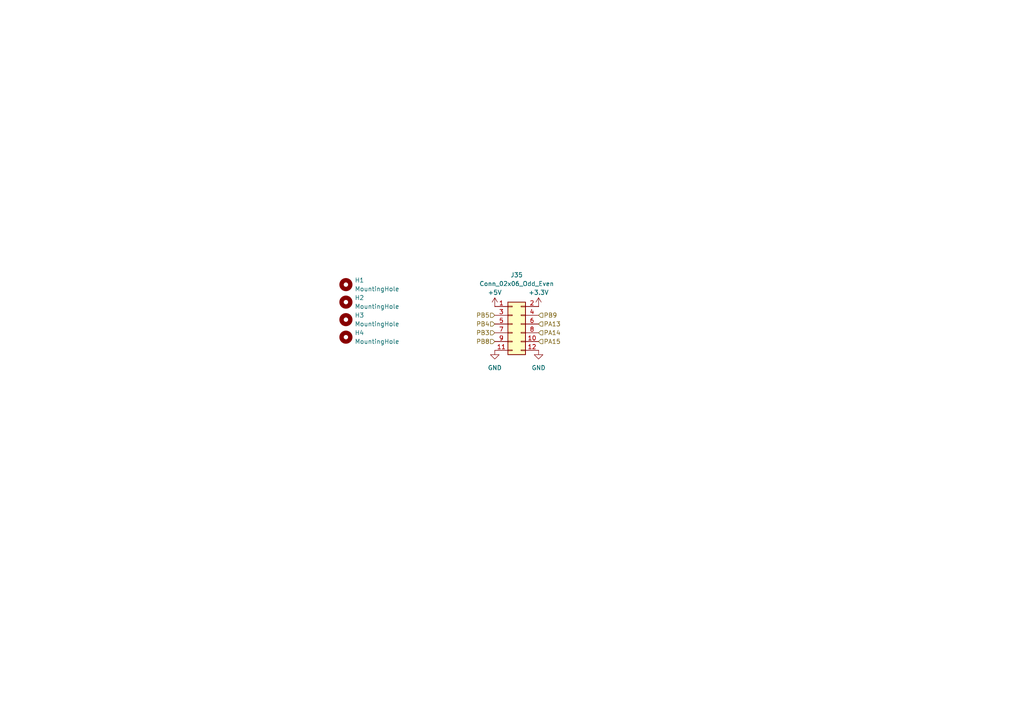
<source format=kicad_sch>
(kicad_sch (version 20250114) (generator "eeschema") (generator_version "9.0")
  (paper "A4")
  (lib_symbols
    (symbol "Connector_Generic:Conn_02x06_Odd_Even" (pin_names (offset 1.016) (hide yes))
      (property "Reference" "J" (at 1.27 7.62 0))
      (property "Value" "Conn_02x06_Odd_Even" (at 1.27 -10.16 0))
      (symbol "Conn_02x06_Odd_Even_1_1"
        (rectangle (start -1.27 6.35) (end 3.81 -8.89) (stroke (width 0.254)) (fill (type background)))
        (rectangle (start -1.27 5.207) (end 0 4.953) (stroke (width 0.1524)))
        (rectangle (start -1.27 2.667) (end 0 2.413) (stroke (width 0.1524)))
        (rectangle (start -1.27 0.127) (end 0 -0.127) (stroke (width 0.1524)))
        (rectangle (start -1.27 -2.413) (end 0 -2.667) (stroke (width 0.1524)))
        (rectangle (start -1.27 -4.953) (end 0 -5.207) (stroke (width 0.1524)))
        (rectangle (start -1.27 -7.493) (end 0 -7.747) (stroke (width 0.1524)))
        (rectangle (start 3.81 5.207) (end 2.54 4.953) (stroke (width 0.1524)))
        (rectangle (start 3.81 2.667) (end 2.54 2.413) (stroke (width 0.1524)))
        (rectangle (start 3.81 0.127) (end 2.54 -0.127) (stroke (width 0.1524)))
        (rectangle (start 3.81 -2.413) (end 2.54 -2.667) (stroke (width 0.1524)))
        (rectangle (start 3.81 -4.953) (end 2.54 -5.207) (stroke (width 0.1524)))
        (rectangle (start 3.81 -7.493) (end 2.54 -7.747) (stroke (width 0.1524)))
        (pin passive line (at -5.08 5.08 0) (length 3.81) (name "Pin_1") (number "1"))
        (pin passive line (at -5.08 2.54 0) (length 3.81) (name "Pin_3") (number "3"))
        (pin passive line (at -5.08 0 0) (length 3.81) (name "Pin_5") (number "5"))
        (pin passive line (at -5.08 -2.54 0) (length 3.81) (name "Pin_7") (number "7"))
        (pin passive line (at -5.08 -5.08 0) (length 3.81) (name "Pin_9") (number "9"))
        (pin passive line (at -5.08 -7.62 0) (length 3.81) (name "Pin_11") (number "11"))
        (pin passive line (at 7.62 5.08 180) (length 3.81) (name "Pin_2") (number "2"))
        (pin passive line (at 7.62 2.54 180) (length 3.81) (name "Pin_4") (number "4"))
        (pin passive line (at 7.62 0 180) (length 3.81) (name "Pin_6") (number "6"))
        (pin passive line (at 7.62 -2.54 180) (length 3.81) (name "Pin_8") (number "8"))
        (pin passive line (at 7.62 -5.08 180) (length 3.81) (name "Pin_10") (number "10"))
        (pin passive line (at 7.62 -7.62 180) (length 3.81) (name "Pin_12") (number "12"))
      )
    )
    (symbol "Mechanical:MountingHole" (pin_names (offset 1.016)) (in_bom no)
      (property "Reference" "H" (at 0 5.08 0))
      (property "Value" "MountingHole" (at 0 3.175 0))
      (symbol "MountingHole_0_1"
        (circle (center 0 0) (radius 1.27) (stroke (width 1.27)))
      )
    )
    (symbol "power:+3.3V" (power) (pin_numbers (hide yes)) (pin_names (offset 0) (hide yes))
      (property "Value" "+3.3V" (at 0 3.556 0))
      (symbol "+3.3V_0_1"
        (polyline (pts (xy -0.762 1.27) (xy 0 2.54)))
        (polyline (pts (xy 0 2.54) (xy 0.762 1.27)))
        (polyline (pts (xy 0 0) (xy 0 2.54)))
      )
      (symbol "+3.3V_1_1"
        (pin power_in line (at 0 0 90) (length 0) (name "~") (number "1"))
      )
    )
    (symbol "power:+5V" (power) (pin_numbers (hide yes)) (pin_names (offset 0) (hide yes))
      (property "Value" "+5V" (at 0 3.556 0))
      (symbol "+5V_0_1"
        (polyline (pts (xy -0.762 1.27) (xy 0 2.54)))
        (polyline (pts (xy 0 2.54) (xy 0.762 1.27)))
        (polyline (pts (xy 0 0) (xy 0 2.54)))
      )
      (symbol "+5V_1_1"
        (pin power_in line (at 0 0 90) (length 0) (name "~") (number "1"))
      )
    )
    (symbol "power:GND" (power) (pin_numbers (hide yes)) (pin_names (offset 0) (hide yes))
      (property "Value" "GND" (at 0 -3.81 0))
      (symbol "GND_0_1"
        (polyline (pts (xy 0 0) (xy 0 -1.27) (xy 1.27 -1.27) (xy 0 -2.54) (xy -1.27 -1.27) (xy 0 -1.27)))
      )
      (symbol "GND_1_1"
        (pin power_in line (at 0 0 270) (length 0) (name "~") (number "1"))
      )
    )
  )
  (hierarchical_label "PA13" (shape input) (at 156.21 93.98 0))
  (hierarchical_label "PA15" (shape input) (at 156.21 99.06 0))
  (hierarchical_label "PB3" (shape input) (at 143.51 96.52 180))
  (hierarchical_label "PB8" (shape input) (at 143.51 99.06 180))
  (hierarchical_label "PB5" (shape input) (at 143.51 91.44 180))
  (hierarchical_label "PB9" (shape input) (at 156.21 91.44 0))
  (hierarchical_label "PA14" (shape input) (at 156.21 96.52 0))
  (hierarchical_label "PB4" (shape input) (at 143.51 93.98 180))
  (symbol (lib_id "Mechanical:MountingHole") (at 100.33 87.63 0) (unit 1) (in_bom no)
    (property "Reference" "H2" (at 102.87 86.3599 0) (effects (justify left)))
    (property "Value" "MountingHole" (at 102.87 88.8999 0) (effects (justify left)))
    (property "Footprint" "MountingHole:MountingHole_2.2mm_M2_DIN965_Pad" (effects (hide yes)))
    (property "Description" "Mounting Hole without connection" (effects (hide yes)))
  )
  (symbol (lib_id "Mechanical:MountingHole") (at 100.33 92.71 0) (unit 1) (in_bom no)
    (property "Reference" "H3" (at 102.87 91.4399 0) (effects (justify left)))
    (property "Value" "MountingHole" (at 102.87 93.9799 0) (effects (justify left)))
    (property "Footprint" "MountingHole:MountingHole_2.2mm_M2_DIN965_Pad" (effects (hide yes)))
    (property "Description" "Mounting Hole without connection" (effects (hide yes)))
  )
  (symbol (lib_id "Mechanical:MountingHole") (at 100.33 82.55 0) (unit 1) (in_bom no)
    (property "Reference" "H1" (at 102.87 81.2799 0) (effects (justify left)))
    (property "Value" "MountingHole" (at 102.87 83.8199 0) (effects (justify left)))
    (property "Footprint" "MountingHole:MountingHole_2.2mm_M2_DIN965_Pad" (effects (hide yes)))
    (property "Description" "Mounting Hole without connection" (effects (hide yes)))
  )
  (symbol (lib_id "Connector_Generic:Conn_02x06_Odd_Even") (at 148.59 93.98 0) (unit 1)
    (property "Reference" "J35" (at 149.86 79.756 0))
    (property "Value" "Conn_02x06_Odd_Even" (at 149.86 82.296 0))
    (property "Footprint" "Connector_PinHeader_2.54mm:PinHeader_2x06_P2.54mm_Vertical" (effects (hide yes)))
    (property "Description" "Generic connector, double row, 02x06, odd/even pin numbering scheme (row 1 odd numbers, row 2 even numbers), script generated (kicad-library-utils/schlib/autogen/connector/)" (effects (hide yes)))
  )
  (symbol (lib_id "power:GND") (at 143.51 101.6 0) (unit 1)
    (property "Reference" "#PWR0124" (effects (hide yes)))
    (property "Value" "GND" (at 143.51 106.68 0))
    (property "Description" "Power symbol creates a global label with name \"GND\" , ground" (effects (hide yes)))
  )
  (symbol (lib_id "power:GND") (at 156.21 101.6 0) (unit 1)
    (property "Reference" "#PWR0122" (effects (hide yes)))
    (property "Value" "GND" (at 156.21 106.68 0))
    (property "Description" "Power symbol creates a global label with name \"GND\" , ground" (effects (hide yes)))
  )
  (symbol (lib_id "power:+5V") (at 143.51 88.9 0) (unit 1)
    (property "Reference" "#PWR0123" (effects (hide yes)))
    (property "Value" "+5V" (at 143.51 84.836 0))
    (property "Description" "Power symbol creates a global label with name \"+5V\"" (effects (hide yes)))
  )
  (symbol (lib_id "power:+3.3V") (at 156.21 88.9 0) (unit 1)
    (property "Reference" "#PWR0125" (effects (hide yes)))
    (property "Value" "+3.3V" (at 156.21 84.836 0))
    (property "Description" "Power symbol creates a global label with name \"+3.3V\"" (effects (hide yes)))
  )
  (symbol (lib_id "Mechanical:MountingHole") (at 100.33 97.79 0) (unit 1) (in_bom no)
    (property "Reference" "H4" (at 102.87 96.5199 0) (effects (justify left)))
    (property "Value" "MountingHole" (at 102.87 99.0599 0) (effects (justify left)))
    (property "Footprint" "MountingHole:MountingHole_2.2mm_M2_DIN965_Pad" (effects (hide yes)))
    (property "Description" "Mounting Hole without connection" (effects (hide yes)))
  )
)
</source>
